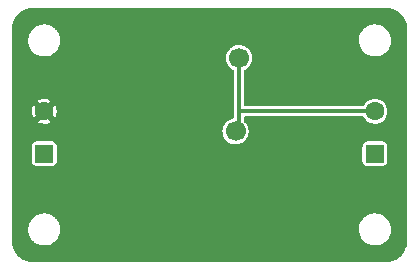
<source format=gbl>
G04 #@! TF.GenerationSoftware,KiCad,Pcbnew,(6.0.7-1)-1*
G04 #@! TF.CreationDate,2024-08-15T11:28:19+03:00*
G04 #@! TF.ProjectId,Induction,496e6475-6374-4696-9f6e-2e6b69636164,rev?*
G04 #@! TF.SameCoordinates,Original*
G04 #@! TF.FileFunction,Copper,L2,Bot*
G04 #@! TF.FilePolarity,Positive*
%FSLAX46Y46*%
G04 Gerber Fmt 4.6, Leading zero omitted, Abs format (unit mm)*
G04 Created by KiCad (PCBNEW (6.0.7-1)-1) date 2024-08-15 11:28:19*
%MOMM*%
%LPD*%
G01*
G04 APERTURE LIST*
G04 Aperture macros list*
%AMRoundRect*
0 Rectangle with rounded corners*
0 $1 Rounding radius*
0 $2 $3 $4 $5 $6 $7 $8 $9 X,Y pos of 4 corners*
0 Add a 4 corners polygon primitive as box body*
4,1,4,$2,$3,$4,$5,$6,$7,$8,$9,$2,$3,0*
0 Add four circle primitives for the rounded corners*
1,1,$1+$1,$2,$3*
1,1,$1+$1,$4,$5*
1,1,$1+$1,$6,$7*
1,1,$1+$1,$8,$9*
0 Add four rect primitives between the rounded corners*
20,1,$1+$1,$2,$3,$4,$5,0*
20,1,$1+$1,$4,$5,$6,$7,0*
20,1,$1+$1,$6,$7,$8,$9,0*
20,1,$1+$1,$8,$9,$2,$3,0*%
G04 Aperture macros list end*
G04 #@! TA.AperFunction,ComponentPad*
%ADD10RoundRect,0.250000X0.550000X-0.550000X0.550000X0.550000X-0.550000X0.550000X-0.550000X-0.550000X0*%
G04 #@! TD*
G04 #@! TA.AperFunction,ComponentPad*
%ADD11C,1.600000*%
G04 #@! TD*
G04 #@! TA.AperFunction,ViaPad*
%ADD12C,1.700000*%
G04 #@! TD*
G04 #@! TA.AperFunction,Conductor*
%ADD13C,0.300000*%
G04 #@! TD*
G04 APERTURE END LIST*
D10*
X171000000Y-72600000D03*
D11*
X171000000Y-69000000D03*
D10*
X143000000Y-72600000D03*
D11*
X143000000Y-69000000D03*
D12*
X159500000Y-64500000D03*
X159200000Y-70700000D03*
D13*
X159500000Y-70400000D02*
X159200000Y-70700000D01*
X159500000Y-69000000D02*
X159500000Y-70400000D01*
X159500000Y-69000000D02*
X159500000Y-64500000D01*
X159500000Y-69000000D02*
X171000000Y-69000000D01*
G04 #@! TA.AperFunction,Conductor*
G36*
X171987103Y-60256921D02*
G01*
X172000000Y-60259486D01*
X172012172Y-60257065D01*
X172024579Y-60257065D01*
X172024579Y-60257705D01*
X172035358Y-60257029D01*
X172219248Y-60270181D01*
X172239420Y-60271624D01*
X172257214Y-60274182D01*
X172482960Y-60323290D01*
X172500209Y-60328355D01*
X172555356Y-60348923D01*
X172716670Y-60409090D01*
X172733017Y-60416556D01*
X172935782Y-60527275D01*
X172950905Y-60536994D01*
X173135848Y-60675441D01*
X173149434Y-60687214D01*
X173312786Y-60850566D01*
X173324559Y-60864152D01*
X173463006Y-61049095D01*
X173472725Y-61064218D01*
X173583444Y-61266983D01*
X173590910Y-61283330D01*
X173651077Y-61444644D01*
X173671645Y-61499791D01*
X173676710Y-61517040D01*
X173725818Y-61742786D01*
X173728376Y-61760580D01*
X173742747Y-61961505D01*
X173742971Y-61964639D01*
X173742295Y-61975421D01*
X173742935Y-61975421D01*
X173742935Y-61987828D01*
X173740514Y-62000000D01*
X173742935Y-62012170D01*
X173743079Y-62012894D01*
X173745500Y-62037476D01*
X173745500Y-79962524D01*
X173743079Y-79987103D01*
X173740514Y-80000000D01*
X173742935Y-80012172D01*
X173742935Y-80024579D01*
X173742295Y-80024579D01*
X173742971Y-80035358D01*
X173732641Y-80179788D01*
X173728376Y-80239420D01*
X173725818Y-80257214D01*
X173676710Y-80482960D01*
X173671645Y-80500209D01*
X173590910Y-80716670D01*
X173583444Y-80733017D01*
X173472725Y-80935782D01*
X173463006Y-80950905D01*
X173324559Y-81135848D01*
X173312786Y-81149434D01*
X173149434Y-81312786D01*
X173135848Y-81324559D01*
X172950905Y-81463006D01*
X172935782Y-81472725D01*
X172733017Y-81583444D01*
X172716670Y-81590910D01*
X172555356Y-81651077D01*
X172500209Y-81671645D01*
X172482960Y-81676710D01*
X172257214Y-81725818D01*
X172239420Y-81728376D01*
X172219248Y-81729819D01*
X172035358Y-81742971D01*
X172024579Y-81742295D01*
X172024579Y-81742935D01*
X172012172Y-81742935D01*
X172000000Y-81740514D01*
X171987103Y-81743079D01*
X171962524Y-81745500D01*
X142037476Y-81745500D01*
X142012897Y-81743079D01*
X142000000Y-81740514D01*
X141987828Y-81742935D01*
X141975421Y-81742935D01*
X141975421Y-81742295D01*
X141964642Y-81742971D01*
X141780752Y-81729819D01*
X141760580Y-81728376D01*
X141742786Y-81725818D01*
X141517040Y-81676710D01*
X141499791Y-81671645D01*
X141444644Y-81651077D01*
X141283330Y-81590910D01*
X141266983Y-81583444D01*
X141064218Y-81472725D01*
X141049095Y-81463006D01*
X140864152Y-81324559D01*
X140850566Y-81312786D01*
X140687214Y-81149434D01*
X140675441Y-81135848D01*
X140536994Y-80950905D01*
X140527275Y-80935782D01*
X140416556Y-80733017D01*
X140409090Y-80716670D01*
X140328355Y-80500209D01*
X140323290Y-80482960D01*
X140274182Y-80257214D01*
X140271624Y-80239420D01*
X140267359Y-80179788D01*
X140257029Y-80035358D01*
X140257705Y-80024579D01*
X140257065Y-80024579D01*
X140257065Y-80012172D01*
X140259486Y-80000000D01*
X140256921Y-79987103D01*
X140254500Y-79962524D01*
X140254500Y-78935964D01*
X141642112Y-78935964D01*
X141642312Y-78941292D01*
X141642312Y-78941294D01*
X141644464Y-78998599D01*
X141643705Y-78998628D01*
X141644034Y-79000016D01*
X141644340Y-78999989D01*
X141644374Y-79000377D01*
X141644465Y-79001838D01*
X141644523Y-79002085D01*
X141644648Y-79003507D01*
X141650736Y-79165669D01*
X141651831Y-79170888D01*
X141664628Y-79231879D01*
X141663861Y-79232040D01*
X141664841Y-79234316D01*
X141664937Y-79235408D01*
X141666361Y-79240722D01*
X141666464Y-79241307D01*
X141667635Y-79246210D01*
X141697939Y-79390637D01*
X141723365Y-79455021D01*
X141723975Y-79456566D01*
X141724724Y-79458541D01*
X141726097Y-79463663D01*
X141728422Y-79468649D01*
X141728423Y-79468651D01*
X141728947Y-79469775D01*
X141731934Y-79476717D01*
X141782372Y-79604436D01*
X141819273Y-79665246D01*
X141820811Y-79668126D01*
X141820890Y-79668080D01*
X141823639Y-79672841D01*
X141825965Y-79677829D01*
X141829122Y-79682337D01*
X141829124Y-79682341D01*
X141830674Y-79684555D01*
X141835181Y-79691462D01*
X141850279Y-79716342D01*
X141901621Y-79800952D01*
X141905116Y-79804979D01*
X141905117Y-79804981D01*
X141951993Y-79859000D01*
X141955555Y-79863563D01*
X141958347Y-79866890D01*
X141961505Y-79871401D01*
X141967791Y-79877687D01*
X141973861Y-79884201D01*
X142052276Y-79974566D01*
X142056407Y-79977953D01*
X142116309Y-80027070D01*
X142123574Y-80033652D01*
X142124706Y-80034602D01*
X142128599Y-80038495D01*
X142133103Y-80041649D01*
X142133108Y-80041653D01*
X142135936Y-80043633D01*
X142143554Y-80049410D01*
X142225901Y-80116931D01*
X142225907Y-80116935D01*
X142230029Y-80120315D01*
X142234668Y-80122955D01*
X142234667Y-80122955D01*
X142307355Y-80164331D01*
X142317296Y-80170622D01*
X142317660Y-80170877D01*
X142317667Y-80170881D01*
X142322171Y-80174035D01*
X142327155Y-80176359D01*
X142327160Y-80176362D01*
X142329875Y-80177628D01*
X142338952Y-80182318D01*
X142383061Y-80207426D01*
X142429798Y-80234030D01*
X142493668Y-80257214D01*
X142519498Y-80266590D01*
X142529753Y-80270833D01*
X142531348Y-80271577D01*
X142531350Y-80271578D01*
X142536337Y-80273903D01*
X142541653Y-80275327D01*
X142541655Y-80275328D01*
X142542719Y-80275613D01*
X142543702Y-80275876D01*
X142554081Y-80279143D01*
X142645871Y-80312461D01*
X142746443Y-80330648D01*
X142756616Y-80332926D01*
X142764592Y-80335063D01*
X142770990Y-80335623D01*
X142782412Y-80337152D01*
X142872069Y-80353364D01*
X142876208Y-80353559D01*
X142876215Y-80353560D01*
X142894670Y-80354430D01*
X142894677Y-80354430D01*
X142896158Y-80354500D01*
X143057712Y-80354500D01*
X143137444Y-80347735D01*
X143223733Y-80340413D01*
X143223737Y-80340412D01*
X143229044Y-80339962D01*
X143234199Y-80338624D01*
X143234205Y-80338623D01*
X143446368Y-80283556D01*
X143446367Y-80283556D01*
X143451539Y-80282214D01*
X143598412Y-80216052D01*
X143656262Y-80189993D01*
X143656265Y-80189992D01*
X143661123Y-80187803D01*
X143851803Y-80059430D01*
X143878826Y-80033652D01*
X144014271Y-79904443D01*
X144018128Y-79900764D01*
X144155342Y-79716342D01*
X144171504Y-79684555D01*
X144257102Y-79516194D01*
X144257102Y-79516193D01*
X144259520Y-79511438D01*
X144327685Y-79291911D01*
X144357888Y-79064036D01*
X144355536Y-79001401D01*
X144356295Y-79001372D01*
X144355966Y-78999984D01*
X144355660Y-79000011D01*
X144355626Y-78999623D01*
X144355535Y-78998162D01*
X144355477Y-78997915D01*
X144355352Y-78996493D01*
X144353080Y-78935964D01*
X169642112Y-78935964D01*
X169642312Y-78941292D01*
X169642312Y-78941294D01*
X169644464Y-78998599D01*
X169643705Y-78998628D01*
X169644034Y-79000016D01*
X169644340Y-78999989D01*
X169644374Y-79000377D01*
X169644465Y-79001838D01*
X169644523Y-79002085D01*
X169644648Y-79003507D01*
X169650736Y-79165669D01*
X169651831Y-79170888D01*
X169664628Y-79231879D01*
X169663861Y-79232040D01*
X169664841Y-79234316D01*
X169664937Y-79235408D01*
X169666361Y-79240722D01*
X169666464Y-79241307D01*
X169667635Y-79246210D01*
X169697939Y-79390637D01*
X169723365Y-79455021D01*
X169723975Y-79456566D01*
X169724724Y-79458541D01*
X169726097Y-79463663D01*
X169728422Y-79468649D01*
X169728423Y-79468651D01*
X169728947Y-79469775D01*
X169731934Y-79476717D01*
X169782372Y-79604436D01*
X169819273Y-79665246D01*
X169820811Y-79668126D01*
X169820890Y-79668080D01*
X169823639Y-79672841D01*
X169825965Y-79677829D01*
X169829122Y-79682337D01*
X169829124Y-79682341D01*
X169830674Y-79684555D01*
X169835181Y-79691462D01*
X169850279Y-79716342D01*
X169901621Y-79800952D01*
X169905116Y-79804979D01*
X169905117Y-79804981D01*
X169951993Y-79859000D01*
X169955555Y-79863563D01*
X169958347Y-79866890D01*
X169961505Y-79871401D01*
X169967791Y-79877687D01*
X169973861Y-79884201D01*
X170052276Y-79974566D01*
X170056407Y-79977953D01*
X170116309Y-80027070D01*
X170123574Y-80033652D01*
X170124706Y-80034602D01*
X170128599Y-80038495D01*
X170133103Y-80041649D01*
X170133108Y-80041653D01*
X170135936Y-80043633D01*
X170143554Y-80049410D01*
X170225901Y-80116931D01*
X170225907Y-80116935D01*
X170230029Y-80120315D01*
X170234668Y-80122955D01*
X170234667Y-80122955D01*
X170307355Y-80164331D01*
X170317296Y-80170622D01*
X170317660Y-80170877D01*
X170317667Y-80170881D01*
X170322171Y-80174035D01*
X170327155Y-80176359D01*
X170327160Y-80176362D01*
X170329875Y-80177628D01*
X170338952Y-80182318D01*
X170383061Y-80207426D01*
X170429798Y-80234030D01*
X170493668Y-80257214D01*
X170519498Y-80266590D01*
X170529753Y-80270833D01*
X170531348Y-80271577D01*
X170531350Y-80271578D01*
X170536337Y-80273903D01*
X170541653Y-80275327D01*
X170541655Y-80275328D01*
X170542719Y-80275613D01*
X170543702Y-80275876D01*
X170554081Y-80279143D01*
X170645871Y-80312461D01*
X170746443Y-80330648D01*
X170756616Y-80332926D01*
X170764592Y-80335063D01*
X170770990Y-80335623D01*
X170782412Y-80337152D01*
X170872069Y-80353364D01*
X170876208Y-80353559D01*
X170876215Y-80353560D01*
X170894670Y-80354430D01*
X170894677Y-80354430D01*
X170896158Y-80354500D01*
X171057712Y-80354500D01*
X171137444Y-80347735D01*
X171223733Y-80340413D01*
X171223737Y-80340412D01*
X171229044Y-80339962D01*
X171234199Y-80338624D01*
X171234205Y-80338623D01*
X171446368Y-80283556D01*
X171446367Y-80283556D01*
X171451539Y-80282214D01*
X171598412Y-80216052D01*
X171656262Y-80189993D01*
X171656265Y-80189992D01*
X171661123Y-80187803D01*
X171851803Y-80059430D01*
X171878826Y-80033652D01*
X172014271Y-79904443D01*
X172018128Y-79900764D01*
X172155342Y-79716342D01*
X172171504Y-79684555D01*
X172257102Y-79516194D01*
X172257102Y-79516193D01*
X172259520Y-79511438D01*
X172327685Y-79291911D01*
X172357888Y-79064036D01*
X172355536Y-79001401D01*
X172356295Y-79001372D01*
X172355966Y-78999984D01*
X172355660Y-79000011D01*
X172355626Y-78999623D01*
X172355535Y-78998162D01*
X172355477Y-78997915D01*
X172355352Y-78996493D01*
X172349264Y-78834331D01*
X172335372Y-78768121D01*
X172336139Y-78767960D01*
X172335159Y-78765684D01*
X172335063Y-78764592D01*
X172333639Y-78759278D01*
X172333536Y-78758693D01*
X172332362Y-78753778D01*
X172323886Y-78713378D01*
X172302061Y-78609363D01*
X172276025Y-78543434D01*
X172275276Y-78541459D01*
X172273903Y-78536337D01*
X172271053Y-78530225D01*
X172268066Y-78523283D01*
X172217628Y-78395564D01*
X172180727Y-78334754D01*
X172179189Y-78331874D01*
X172179110Y-78331920D01*
X172176361Y-78327159D01*
X172174035Y-78322171D01*
X172170876Y-78317659D01*
X172169326Y-78315445D01*
X172164819Y-78308538D01*
X172101147Y-78203609D01*
X172101145Y-78203606D01*
X172098379Y-78199048D01*
X172048007Y-78141000D01*
X172044445Y-78136437D01*
X172041653Y-78133110D01*
X172038495Y-78128599D01*
X172032209Y-78122313D01*
X172026139Y-78115799D01*
X171951224Y-78029467D01*
X171951222Y-78029465D01*
X171947724Y-78025434D01*
X171883692Y-77972930D01*
X171876426Y-77966348D01*
X171875294Y-77965398D01*
X171871401Y-77961505D01*
X171866897Y-77958351D01*
X171866892Y-77958347D01*
X171864064Y-77956367D01*
X171856446Y-77950590D01*
X171774099Y-77883069D01*
X171774093Y-77883065D01*
X171769971Y-77879685D01*
X171692645Y-77835669D01*
X171682704Y-77829378D01*
X171682340Y-77829123D01*
X171682333Y-77829119D01*
X171677829Y-77825965D01*
X171672845Y-77823641D01*
X171672840Y-77823638D01*
X171670125Y-77822372D01*
X171661048Y-77817682D01*
X171616939Y-77792574D01*
X171570202Y-77765970D01*
X171480502Y-77733410D01*
X171470247Y-77729167D01*
X171468652Y-77728423D01*
X171468650Y-77728422D01*
X171463663Y-77726097D01*
X171458347Y-77724673D01*
X171458345Y-77724672D01*
X171457281Y-77724387D01*
X171456298Y-77724124D01*
X171445919Y-77720857D01*
X171354129Y-77687539D01*
X171253557Y-77669352D01*
X171243384Y-77667074D01*
X171235408Y-77664937D01*
X171229010Y-77664377D01*
X171217588Y-77662848D01*
X171127931Y-77646636D01*
X171123792Y-77646441D01*
X171123785Y-77646440D01*
X171105330Y-77645570D01*
X171105323Y-77645570D01*
X171103842Y-77645500D01*
X170942288Y-77645500D01*
X170862556Y-77652265D01*
X170776267Y-77659587D01*
X170776263Y-77659588D01*
X170770956Y-77660038D01*
X170765801Y-77661376D01*
X170765795Y-77661377D01*
X170593058Y-77706211D01*
X170548461Y-77717786D01*
X170441497Y-77765970D01*
X170343738Y-77810007D01*
X170343735Y-77810008D01*
X170338877Y-77812197D01*
X170148197Y-77940570D01*
X170144340Y-77944249D01*
X170144338Y-77944251D01*
X170118404Y-77968991D01*
X169981872Y-78099236D01*
X169844658Y-78283658D01*
X169842242Y-78288409D01*
X169842240Y-78288413D01*
X169742898Y-78483806D01*
X169740480Y-78488562D01*
X169672315Y-78708089D01*
X169642112Y-78935964D01*
X144353080Y-78935964D01*
X144349264Y-78834331D01*
X144335372Y-78768121D01*
X144336139Y-78767960D01*
X144335159Y-78765684D01*
X144335063Y-78764592D01*
X144333639Y-78759278D01*
X144333536Y-78758693D01*
X144332362Y-78753778D01*
X144323886Y-78713378D01*
X144302061Y-78609363D01*
X144276025Y-78543434D01*
X144275276Y-78541459D01*
X144273903Y-78536337D01*
X144271053Y-78530225D01*
X144268066Y-78523283D01*
X144217628Y-78395564D01*
X144180727Y-78334754D01*
X144179189Y-78331874D01*
X144179110Y-78331920D01*
X144176361Y-78327159D01*
X144174035Y-78322171D01*
X144170876Y-78317659D01*
X144169326Y-78315445D01*
X144164819Y-78308538D01*
X144101147Y-78203609D01*
X144101145Y-78203606D01*
X144098379Y-78199048D01*
X144048007Y-78141000D01*
X144044445Y-78136437D01*
X144041653Y-78133110D01*
X144038495Y-78128599D01*
X144032209Y-78122313D01*
X144026139Y-78115799D01*
X143951224Y-78029467D01*
X143951222Y-78029465D01*
X143947724Y-78025434D01*
X143883692Y-77972930D01*
X143876426Y-77966348D01*
X143875294Y-77965398D01*
X143871401Y-77961505D01*
X143866897Y-77958351D01*
X143866892Y-77958347D01*
X143864064Y-77956367D01*
X143856446Y-77950590D01*
X143774099Y-77883069D01*
X143774093Y-77883065D01*
X143769971Y-77879685D01*
X143692645Y-77835669D01*
X143682704Y-77829378D01*
X143682340Y-77829123D01*
X143682333Y-77829119D01*
X143677829Y-77825965D01*
X143672845Y-77823641D01*
X143672840Y-77823638D01*
X143670125Y-77822372D01*
X143661048Y-77817682D01*
X143616939Y-77792574D01*
X143570202Y-77765970D01*
X143480502Y-77733410D01*
X143470247Y-77729167D01*
X143468652Y-77728423D01*
X143468650Y-77728422D01*
X143463663Y-77726097D01*
X143458347Y-77724673D01*
X143458345Y-77724672D01*
X143457281Y-77724387D01*
X143456298Y-77724124D01*
X143445919Y-77720857D01*
X143354129Y-77687539D01*
X143253557Y-77669352D01*
X143243384Y-77667074D01*
X143235408Y-77664937D01*
X143229010Y-77664377D01*
X143217588Y-77662848D01*
X143127931Y-77646636D01*
X143123792Y-77646441D01*
X143123785Y-77646440D01*
X143105330Y-77645570D01*
X143105323Y-77645570D01*
X143103842Y-77645500D01*
X142942288Y-77645500D01*
X142862556Y-77652265D01*
X142776267Y-77659587D01*
X142776263Y-77659588D01*
X142770956Y-77660038D01*
X142765801Y-77661376D01*
X142765795Y-77661377D01*
X142593058Y-77706211D01*
X142548461Y-77717786D01*
X142441497Y-77765970D01*
X142343738Y-77810007D01*
X142343735Y-77810008D01*
X142338877Y-77812197D01*
X142148197Y-77940570D01*
X142144340Y-77944249D01*
X142144338Y-77944251D01*
X142118404Y-77968991D01*
X141981872Y-78099236D01*
X141844658Y-78283658D01*
X141842242Y-78288409D01*
X141842240Y-78288413D01*
X141742898Y-78483806D01*
X141740480Y-78488562D01*
X141672315Y-78708089D01*
X141642112Y-78935964D01*
X140254500Y-78935964D01*
X140254500Y-73197756D01*
X141945500Y-73197756D01*
X141952202Y-73259448D01*
X142002929Y-73394764D01*
X142008309Y-73401943D01*
X142008311Y-73401946D01*
X142074287Y-73489977D01*
X142089596Y-73510404D01*
X142096776Y-73515785D01*
X142198054Y-73591689D01*
X142198057Y-73591691D01*
X142205236Y-73597071D01*
X142294954Y-73630704D01*
X142333157Y-73645026D01*
X142333159Y-73645026D01*
X142340552Y-73647798D01*
X142348402Y-73648651D01*
X142348403Y-73648651D01*
X142398847Y-73654131D01*
X142402244Y-73654500D01*
X143597756Y-73654500D01*
X143601153Y-73654131D01*
X143651597Y-73648651D01*
X143651598Y-73648651D01*
X143659448Y-73647798D01*
X143666841Y-73645026D01*
X143666843Y-73645026D01*
X143705046Y-73630704D01*
X143794764Y-73597071D01*
X143801943Y-73591691D01*
X143801946Y-73591689D01*
X143903224Y-73515785D01*
X143910404Y-73510404D01*
X143925713Y-73489977D01*
X143991689Y-73401946D01*
X143991691Y-73401943D01*
X143997071Y-73394764D01*
X144047798Y-73259448D01*
X144054500Y-73197756D01*
X169945500Y-73197756D01*
X169952202Y-73259448D01*
X170002929Y-73394764D01*
X170008309Y-73401943D01*
X170008311Y-73401946D01*
X170074287Y-73489977D01*
X170089596Y-73510404D01*
X170096776Y-73515785D01*
X170198054Y-73591689D01*
X170198057Y-73591691D01*
X170205236Y-73597071D01*
X170294954Y-73630704D01*
X170333157Y-73645026D01*
X170333159Y-73645026D01*
X170340552Y-73647798D01*
X170348402Y-73648651D01*
X170348403Y-73648651D01*
X170398847Y-73654131D01*
X170402244Y-73654500D01*
X171597756Y-73654500D01*
X171601153Y-73654131D01*
X171651597Y-73648651D01*
X171651598Y-73648651D01*
X171659448Y-73647798D01*
X171666841Y-73645026D01*
X171666843Y-73645026D01*
X171705046Y-73630704D01*
X171794764Y-73597071D01*
X171801943Y-73591691D01*
X171801946Y-73591689D01*
X171903224Y-73515785D01*
X171910404Y-73510404D01*
X171925713Y-73489977D01*
X171991689Y-73401946D01*
X171991691Y-73401943D01*
X171997071Y-73394764D01*
X172047798Y-73259448D01*
X172054500Y-73197756D01*
X172054500Y-72002244D01*
X172047798Y-71940552D01*
X171997071Y-71805236D01*
X171991691Y-71798057D01*
X171991689Y-71798054D01*
X171915785Y-71696776D01*
X171910404Y-71689596D01*
X171813502Y-71616972D01*
X171801946Y-71608311D01*
X171801943Y-71608309D01*
X171794764Y-71602929D01*
X171674920Y-71558002D01*
X171666843Y-71554974D01*
X171666841Y-71554974D01*
X171659448Y-71552202D01*
X171651598Y-71551349D01*
X171651597Y-71551349D01*
X171601153Y-71545869D01*
X171601152Y-71545869D01*
X171597756Y-71545500D01*
X170402244Y-71545500D01*
X170398848Y-71545869D01*
X170398847Y-71545869D01*
X170348403Y-71551349D01*
X170348402Y-71551349D01*
X170340552Y-71552202D01*
X170333159Y-71554974D01*
X170333157Y-71554974D01*
X170325080Y-71558002D01*
X170205236Y-71602929D01*
X170198057Y-71608309D01*
X170198054Y-71608311D01*
X170186498Y-71616972D01*
X170089596Y-71689596D01*
X170084215Y-71696776D01*
X170008311Y-71798054D01*
X170008309Y-71798057D01*
X170002929Y-71805236D01*
X169952202Y-71940552D01*
X169945500Y-72002244D01*
X169945500Y-73197756D01*
X144054500Y-73197756D01*
X144054500Y-72002244D01*
X144047798Y-71940552D01*
X143997071Y-71805236D01*
X143991691Y-71798057D01*
X143991689Y-71798054D01*
X143915785Y-71696776D01*
X143910404Y-71689596D01*
X143813502Y-71616972D01*
X143801946Y-71608311D01*
X143801943Y-71608309D01*
X143794764Y-71602929D01*
X143674920Y-71558002D01*
X143666843Y-71554974D01*
X143666841Y-71554974D01*
X143659448Y-71552202D01*
X143651598Y-71551349D01*
X143651597Y-71551349D01*
X143601153Y-71545869D01*
X143601152Y-71545869D01*
X143597756Y-71545500D01*
X142402244Y-71545500D01*
X142398848Y-71545869D01*
X142398847Y-71545869D01*
X142348403Y-71551349D01*
X142348402Y-71551349D01*
X142340552Y-71552202D01*
X142333159Y-71554974D01*
X142333157Y-71554974D01*
X142325080Y-71558002D01*
X142205236Y-71602929D01*
X142198057Y-71608309D01*
X142198054Y-71608311D01*
X142186498Y-71616972D01*
X142089596Y-71689596D01*
X142084215Y-71696776D01*
X142008311Y-71798054D01*
X142008309Y-71798057D01*
X142002929Y-71805236D01*
X141952202Y-71940552D01*
X141945500Y-72002244D01*
X141945500Y-73197756D01*
X140254500Y-73197756D01*
X140254500Y-70670964D01*
X158091148Y-70670964D01*
X158104424Y-70873522D01*
X158105845Y-70879118D01*
X158105846Y-70879123D01*
X158126119Y-70958945D01*
X158154392Y-71070269D01*
X158156809Y-71075512D01*
X158194010Y-71156208D01*
X158239377Y-71254616D01*
X158356533Y-71420389D01*
X158501938Y-71562035D01*
X158670720Y-71674812D01*
X158676023Y-71677090D01*
X158676026Y-71677092D01*
X158764707Y-71715192D01*
X158857228Y-71754942D01*
X158930244Y-71771464D01*
X159049579Y-71798467D01*
X159049584Y-71798468D01*
X159055216Y-71799742D01*
X159060987Y-71799969D01*
X159060989Y-71799969D01*
X159120756Y-71802317D01*
X159258053Y-71807712D01*
X159358499Y-71793148D01*
X159453231Y-71779413D01*
X159453236Y-71779412D01*
X159458945Y-71778584D01*
X159464409Y-71776729D01*
X159464414Y-71776728D01*
X159645693Y-71715192D01*
X159645698Y-71715190D01*
X159651165Y-71713334D01*
X159680732Y-71696776D01*
X159725683Y-71671602D01*
X159828276Y-71614147D01*
X159841765Y-71602929D01*
X159979913Y-71488031D01*
X159984345Y-71484345D01*
X160114147Y-71328276D01*
X160213334Y-71151165D01*
X160215190Y-71145698D01*
X160215192Y-71145693D01*
X160276728Y-70964414D01*
X160276729Y-70964409D01*
X160278584Y-70958945D01*
X160279412Y-70953236D01*
X160279413Y-70953231D01*
X160307179Y-70761727D01*
X160307712Y-70758053D01*
X160309232Y-70700000D01*
X160290658Y-70497859D01*
X160289090Y-70492299D01*
X160237125Y-70308046D01*
X160237124Y-70308044D01*
X160235557Y-70302487D01*
X160224978Y-70281033D01*
X160148331Y-70125609D01*
X160145776Y-70120428D01*
X160024320Y-69957779D01*
X159959036Y-69897431D01*
X159944971Y-69884429D01*
X159908526Y-69823501D01*
X159904500Y-69791905D01*
X159904500Y-69530500D01*
X159924502Y-69462379D01*
X159978158Y-69415886D01*
X160030500Y-69404500D01*
X169945315Y-69404500D01*
X170013436Y-69424502D01*
X170057380Y-69472904D01*
X170109334Y-69573995D01*
X170113163Y-69578826D01*
X170134389Y-69605607D01*
X170237786Y-69736061D01*
X170242479Y-69740055D01*
X170242480Y-69740056D01*
X170303403Y-69791905D01*
X170395271Y-69870091D01*
X170575789Y-69970980D01*
X170772466Y-70034884D01*
X170977809Y-70059370D01*
X170983944Y-70058898D01*
X170983946Y-70058898D01*
X171177856Y-70043977D01*
X171177860Y-70043976D01*
X171183998Y-70043504D01*
X171383178Y-69987892D01*
X171388682Y-69985112D01*
X171388684Y-69985111D01*
X171562262Y-69897431D01*
X171562264Y-69897430D01*
X171567763Y-69894652D01*
X171730722Y-69767334D01*
X171734748Y-69762670D01*
X171734751Y-69762667D01*
X171861819Y-69615457D01*
X171861820Y-69615455D01*
X171865848Y-69610789D01*
X171944177Y-69472906D01*
X171964950Y-69436340D01*
X171964952Y-69436336D01*
X171967995Y-69430979D01*
X172033270Y-69234753D01*
X172059189Y-69029586D01*
X172059602Y-69000000D01*
X172039422Y-68794189D01*
X171979651Y-68596217D01*
X171910668Y-68466479D01*
X171885459Y-68419067D01*
X171885457Y-68419064D01*
X171882565Y-68413625D01*
X171878674Y-68408855D01*
X171878672Y-68408851D01*
X171755758Y-68258143D01*
X171755755Y-68258140D01*
X171751863Y-68253368D01*
X171744966Y-68247662D01*
X171597271Y-68125478D01*
X171597266Y-68125475D01*
X171592522Y-68121550D01*
X171587103Y-68118620D01*
X171587100Y-68118618D01*
X171416032Y-68026122D01*
X171416027Y-68026120D01*
X171410612Y-68023192D01*
X171213063Y-67962040D01*
X171206938Y-67961396D01*
X171206937Y-67961396D01*
X171013526Y-67941068D01*
X171013524Y-67941068D01*
X171007397Y-67940424D01*
X170881229Y-67951906D01*
X170807591Y-67958607D01*
X170807590Y-67958607D01*
X170801450Y-67959166D01*
X170603066Y-68017554D01*
X170597601Y-68020411D01*
X170425261Y-68110508D01*
X170425257Y-68110511D01*
X170419801Y-68113363D01*
X170258635Y-68242943D01*
X170125708Y-68401360D01*
X170054875Y-68530204D01*
X170004532Y-68580260D01*
X169944463Y-68595500D01*
X160030500Y-68595500D01*
X159962379Y-68575498D01*
X159915886Y-68521842D01*
X159904500Y-68469500D01*
X159904500Y-65613317D01*
X159924502Y-65545196D01*
X159968934Y-65503383D01*
X160025683Y-65471602D01*
X160128276Y-65414147D01*
X160190934Y-65362035D01*
X160279913Y-65288031D01*
X160284345Y-65284345D01*
X160414147Y-65128276D01*
X160513334Y-64951165D01*
X160515190Y-64945698D01*
X160515192Y-64945693D01*
X160576728Y-64764414D01*
X160576729Y-64764409D01*
X160578584Y-64758945D01*
X160579412Y-64753236D01*
X160579413Y-64753231D01*
X160607179Y-64561727D01*
X160607712Y-64558053D01*
X160609232Y-64500000D01*
X160594128Y-64335621D01*
X160591187Y-64303613D01*
X160591186Y-64303610D01*
X160590658Y-64297859D01*
X160584304Y-64275328D01*
X160537125Y-64108046D01*
X160537124Y-64108044D01*
X160535557Y-64102487D01*
X160524978Y-64081033D01*
X160448331Y-63925609D01*
X160445776Y-63920428D01*
X160433840Y-63904443D01*
X160327777Y-63762409D01*
X160324320Y-63757779D01*
X160175258Y-63619987D01*
X160170375Y-63616906D01*
X160170371Y-63616903D01*
X160008464Y-63514748D01*
X160003581Y-63511667D01*
X159815039Y-63436446D01*
X159809379Y-63435320D01*
X159809375Y-63435319D01*
X159621613Y-63397971D01*
X159621610Y-63397971D01*
X159615946Y-63396844D01*
X159610171Y-63396768D01*
X159610167Y-63396768D01*
X159508793Y-63395441D01*
X159412971Y-63394187D01*
X159407274Y-63395166D01*
X159407273Y-63395166D01*
X159218607Y-63427585D01*
X159212910Y-63428564D01*
X159022463Y-63498824D01*
X158848010Y-63602612D01*
X158843670Y-63606418D01*
X158843666Y-63606421D01*
X158773358Y-63668080D01*
X158695392Y-63736455D01*
X158569720Y-63895869D01*
X158567031Y-63900980D01*
X158567029Y-63900983D01*
X158554073Y-63925609D01*
X158475203Y-64075515D01*
X158415007Y-64269378D01*
X158391148Y-64470964D01*
X158404424Y-64673522D01*
X158405845Y-64679118D01*
X158405846Y-64679123D01*
X158426119Y-64758945D01*
X158454392Y-64870269D01*
X158456809Y-64875512D01*
X158494010Y-64956208D01*
X158539377Y-65054616D01*
X158656533Y-65220389D01*
X158801938Y-65362035D01*
X158970720Y-65474812D01*
X158976023Y-65477090D01*
X158976026Y-65477092D01*
X159019238Y-65495657D01*
X159073931Y-65540925D01*
X159095500Y-65611425D01*
X159095500Y-68958248D01*
X159093949Y-68977958D01*
X159090458Y-69000000D01*
X159092009Y-69009792D01*
X159093949Y-69022041D01*
X159095500Y-69041752D01*
X159095500Y-69490993D01*
X159075498Y-69559114D01*
X159021842Y-69605607D01*
X158990839Y-69615173D01*
X158918606Y-69627585D01*
X158918604Y-69627586D01*
X158912910Y-69628564D01*
X158722463Y-69698824D01*
X158548010Y-69802612D01*
X158543670Y-69806418D01*
X158543666Y-69806421D01*
X158432800Y-69903649D01*
X158395392Y-69936455D01*
X158269720Y-70095869D01*
X158267031Y-70100980D01*
X158267029Y-70100983D01*
X158254073Y-70125609D01*
X158175203Y-70275515D01*
X158115007Y-70469378D01*
X158091148Y-70670964D01*
X140254500Y-70670964D01*
X140254500Y-69902938D01*
X142461892Y-69902938D01*
X142466801Y-69909496D01*
X142570612Y-69967514D01*
X142581851Y-69972424D01*
X142766715Y-70032490D01*
X142778689Y-70035123D01*
X142971708Y-70058139D01*
X142983957Y-70058396D01*
X143177769Y-70043483D01*
X143189849Y-70041352D01*
X143377061Y-69989081D01*
X143388494Y-69984647D01*
X143529749Y-69913294D01*
X143540033Y-69903649D01*
X143537795Y-69897005D01*
X143012812Y-69372022D01*
X142998868Y-69364408D01*
X142997035Y-69364539D01*
X142990420Y-69368790D01*
X142468652Y-69890558D01*
X142461892Y-69902938D01*
X140254500Y-69902938D01*
X140254500Y-68991357D01*
X141941519Y-68991357D01*
X141957783Y-69185049D01*
X141959997Y-69197108D01*
X142013576Y-69383961D01*
X142018089Y-69395358D01*
X142086984Y-69529414D01*
X142096701Y-69539632D01*
X142103502Y-69537288D01*
X142627978Y-69012812D01*
X142634356Y-69001132D01*
X143364408Y-69001132D01*
X143364539Y-69002965D01*
X143368790Y-69009580D01*
X143890401Y-69531191D01*
X143902781Y-69537951D01*
X143909515Y-69532910D01*
X143964490Y-69436138D01*
X143969483Y-69424922D01*
X144030834Y-69240494D01*
X144033554Y-69228523D01*
X144058244Y-69033075D01*
X144058736Y-69026048D01*
X144059051Y-69003523D01*
X144058756Y-68996494D01*
X144039531Y-68800419D01*
X144037148Y-68788384D01*
X143980968Y-68602308D01*
X143976294Y-68590967D01*
X143912577Y-68471133D01*
X143902717Y-68461052D01*
X143895589Y-68463621D01*
X143372022Y-68987188D01*
X143364408Y-69001132D01*
X142634356Y-69001132D01*
X142635592Y-68998868D01*
X142635461Y-68997035D01*
X142631210Y-68990420D01*
X142109247Y-68468457D01*
X142096867Y-68461697D01*
X142090479Y-68466479D01*
X142029510Y-68577381D01*
X142024682Y-68588645D01*
X141965906Y-68773931D01*
X141963358Y-68785920D01*
X141941690Y-68979088D01*
X141941519Y-68991357D01*
X140254500Y-68991357D01*
X140254500Y-68097012D01*
X142460730Y-68097012D01*
X142463183Y-68103973D01*
X142987188Y-68627978D01*
X143001132Y-68635592D01*
X143002965Y-68635461D01*
X143009580Y-68631210D01*
X143531777Y-68109013D01*
X143538537Y-68096633D01*
X143533878Y-68090410D01*
X143415836Y-68026585D01*
X143404531Y-68021833D01*
X143218849Y-67964354D01*
X143206836Y-67961888D01*
X143013522Y-67941570D01*
X143001254Y-67941485D01*
X142807683Y-67959101D01*
X142795634Y-67961399D01*
X142609163Y-68016281D01*
X142597795Y-68020874D01*
X142470879Y-68087224D01*
X142460730Y-68097012D01*
X140254500Y-68097012D01*
X140254500Y-62935964D01*
X141642112Y-62935964D01*
X141642312Y-62941292D01*
X141642312Y-62941294D01*
X141644464Y-62998599D01*
X141643705Y-62998628D01*
X141644034Y-63000016D01*
X141644340Y-62999989D01*
X141644374Y-63000377D01*
X141644465Y-63001838D01*
X141644523Y-63002085D01*
X141644648Y-63003507D01*
X141650736Y-63165669D01*
X141651831Y-63170888D01*
X141664628Y-63231879D01*
X141663861Y-63232040D01*
X141664841Y-63234316D01*
X141664937Y-63235408D01*
X141666361Y-63240722D01*
X141666464Y-63241307D01*
X141667635Y-63246210D01*
X141697939Y-63390637D01*
X141716875Y-63438586D01*
X141723975Y-63456566D01*
X141724724Y-63458541D01*
X141726097Y-63463663D01*
X141728422Y-63468649D01*
X141728423Y-63468651D01*
X141728947Y-63469775D01*
X141731934Y-63476717D01*
X141782372Y-63604436D01*
X141819273Y-63665246D01*
X141820811Y-63668126D01*
X141820890Y-63668080D01*
X141823639Y-63672841D01*
X141825965Y-63677829D01*
X141829122Y-63682337D01*
X141829124Y-63682341D01*
X141830674Y-63684555D01*
X141835181Y-63691462D01*
X141878233Y-63762409D01*
X141901621Y-63800952D01*
X141905116Y-63804979D01*
X141905117Y-63804981D01*
X141951993Y-63859000D01*
X141955555Y-63863563D01*
X141958347Y-63866890D01*
X141961505Y-63871401D01*
X141967791Y-63877687D01*
X141973861Y-63884201D01*
X142052276Y-63974566D01*
X142056407Y-63977953D01*
X142116309Y-64027070D01*
X142123574Y-64033652D01*
X142124706Y-64034602D01*
X142128599Y-64038495D01*
X142133103Y-64041649D01*
X142133108Y-64041653D01*
X142135936Y-64043633D01*
X142143554Y-64049410D01*
X142225901Y-64116931D01*
X142225907Y-64116935D01*
X142230029Y-64120315D01*
X142234668Y-64122955D01*
X142234667Y-64122955D01*
X142307355Y-64164331D01*
X142317296Y-64170622D01*
X142317660Y-64170877D01*
X142317667Y-64170881D01*
X142322171Y-64174035D01*
X142327155Y-64176359D01*
X142327160Y-64176362D01*
X142329875Y-64177628D01*
X142338952Y-64182318D01*
X142383061Y-64207426D01*
X142429798Y-64234030D01*
X142511980Y-64263861D01*
X142519498Y-64266590D01*
X142529753Y-64270833D01*
X142531348Y-64271577D01*
X142531350Y-64271578D01*
X142536337Y-64273903D01*
X142541653Y-64275327D01*
X142541655Y-64275328D01*
X142542719Y-64275613D01*
X142543702Y-64275876D01*
X142554081Y-64279143D01*
X142645871Y-64312461D01*
X142746443Y-64330648D01*
X142756616Y-64332926D01*
X142764592Y-64335063D01*
X142770990Y-64335623D01*
X142782412Y-64337152D01*
X142872069Y-64353364D01*
X142876208Y-64353559D01*
X142876215Y-64353560D01*
X142894670Y-64354430D01*
X142894677Y-64354430D01*
X142896158Y-64354500D01*
X143057712Y-64354500D01*
X143137444Y-64347735D01*
X143223733Y-64340413D01*
X143223737Y-64340412D01*
X143229044Y-64339962D01*
X143234199Y-64338624D01*
X143234205Y-64338623D01*
X143446368Y-64283556D01*
X143446367Y-64283556D01*
X143451539Y-64282214D01*
X143598412Y-64216052D01*
X143656262Y-64189993D01*
X143656265Y-64189992D01*
X143661123Y-64187803D01*
X143851803Y-64059430D01*
X143878826Y-64033652D01*
X143944991Y-63970533D01*
X144018128Y-63900764D01*
X144155342Y-63716342D01*
X144171504Y-63684555D01*
X144257102Y-63516194D01*
X144257102Y-63516193D01*
X144259520Y-63511438D01*
X144327685Y-63291911D01*
X144357888Y-63064036D01*
X144355536Y-63001401D01*
X144356295Y-63001372D01*
X144355966Y-62999984D01*
X144355660Y-63000011D01*
X144355626Y-62999623D01*
X144355535Y-62998162D01*
X144355477Y-62997915D01*
X144355352Y-62996493D01*
X144353080Y-62935964D01*
X169642112Y-62935964D01*
X169642312Y-62941292D01*
X169642312Y-62941294D01*
X169644464Y-62998599D01*
X169643705Y-62998628D01*
X169644034Y-63000016D01*
X169644340Y-62999989D01*
X169644374Y-63000377D01*
X169644465Y-63001838D01*
X169644523Y-63002085D01*
X169644648Y-63003507D01*
X169650736Y-63165669D01*
X169651831Y-63170888D01*
X169664628Y-63231879D01*
X169663861Y-63232040D01*
X169664841Y-63234316D01*
X169664937Y-63235408D01*
X169666361Y-63240722D01*
X169666464Y-63241307D01*
X169667635Y-63246210D01*
X169697939Y-63390637D01*
X169716875Y-63438586D01*
X169723975Y-63456566D01*
X169724724Y-63458541D01*
X169726097Y-63463663D01*
X169728422Y-63468649D01*
X169728423Y-63468651D01*
X169728947Y-63469775D01*
X169731934Y-63476717D01*
X169782372Y-63604436D01*
X169819273Y-63665246D01*
X169820811Y-63668126D01*
X169820890Y-63668080D01*
X169823639Y-63672841D01*
X169825965Y-63677829D01*
X169829122Y-63682337D01*
X169829124Y-63682341D01*
X169830674Y-63684555D01*
X169835181Y-63691462D01*
X169878233Y-63762409D01*
X169901621Y-63800952D01*
X169905116Y-63804979D01*
X169905117Y-63804981D01*
X169951993Y-63859000D01*
X169955555Y-63863563D01*
X169958347Y-63866890D01*
X169961505Y-63871401D01*
X169967791Y-63877687D01*
X169973861Y-63884201D01*
X170052276Y-63974566D01*
X170056407Y-63977953D01*
X170116309Y-64027070D01*
X170123574Y-64033652D01*
X170124706Y-64034602D01*
X170128599Y-64038495D01*
X170133103Y-64041649D01*
X170133108Y-64041653D01*
X170135936Y-64043633D01*
X170143554Y-64049410D01*
X170225901Y-64116931D01*
X170225907Y-64116935D01*
X170230029Y-64120315D01*
X170234668Y-64122955D01*
X170234667Y-64122955D01*
X170307355Y-64164331D01*
X170317296Y-64170622D01*
X170317660Y-64170877D01*
X170317667Y-64170881D01*
X170322171Y-64174035D01*
X170327155Y-64176359D01*
X170327160Y-64176362D01*
X170329875Y-64177628D01*
X170338952Y-64182318D01*
X170383061Y-64207426D01*
X170429798Y-64234030D01*
X170511980Y-64263861D01*
X170519498Y-64266590D01*
X170529753Y-64270833D01*
X170531348Y-64271577D01*
X170531350Y-64271578D01*
X170536337Y-64273903D01*
X170541653Y-64275327D01*
X170541655Y-64275328D01*
X170542719Y-64275613D01*
X170543702Y-64275876D01*
X170554081Y-64279143D01*
X170645871Y-64312461D01*
X170746443Y-64330648D01*
X170756616Y-64332926D01*
X170764592Y-64335063D01*
X170770990Y-64335623D01*
X170782412Y-64337152D01*
X170872069Y-64353364D01*
X170876208Y-64353559D01*
X170876215Y-64353560D01*
X170894670Y-64354430D01*
X170894677Y-64354430D01*
X170896158Y-64354500D01*
X171057712Y-64354500D01*
X171137444Y-64347735D01*
X171223733Y-64340413D01*
X171223737Y-64340412D01*
X171229044Y-64339962D01*
X171234199Y-64338624D01*
X171234205Y-64338623D01*
X171446368Y-64283556D01*
X171446367Y-64283556D01*
X171451539Y-64282214D01*
X171598412Y-64216052D01*
X171656262Y-64189993D01*
X171656265Y-64189992D01*
X171661123Y-64187803D01*
X171851803Y-64059430D01*
X171878826Y-64033652D01*
X171944991Y-63970533D01*
X172018128Y-63900764D01*
X172155342Y-63716342D01*
X172171504Y-63684555D01*
X172257102Y-63516194D01*
X172257102Y-63516193D01*
X172259520Y-63511438D01*
X172327685Y-63291911D01*
X172357888Y-63064036D01*
X172355536Y-63001401D01*
X172356295Y-63001372D01*
X172355966Y-62999984D01*
X172355660Y-63000011D01*
X172355626Y-62999623D01*
X172355535Y-62998162D01*
X172355477Y-62997915D01*
X172355352Y-62996493D01*
X172349264Y-62834331D01*
X172335372Y-62768121D01*
X172336139Y-62767960D01*
X172335159Y-62765684D01*
X172335063Y-62764592D01*
X172333639Y-62759278D01*
X172333536Y-62758693D01*
X172332362Y-62753778D01*
X172323886Y-62713378D01*
X172302061Y-62609363D01*
X172276025Y-62543434D01*
X172275276Y-62541459D01*
X172273903Y-62536337D01*
X172271053Y-62530225D01*
X172268066Y-62523283D01*
X172217628Y-62395564D01*
X172180727Y-62334754D01*
X172179189Y-62331874D01*
X172179110Y-62331920D01*
X172176361Y-62327159D01*
X172174035Y-62322171D01*
X172170876Y-62317659D01*
X172169326Y-62315445D01*
X172164819Y-62308538D01*
X172101147Y-62203609D01*
X172101145Y-62203606D01*
X172098379Y-62199048D01*
X172048007Y-62141000D01*
X172044445Y-62136437D01*
X172041653Y-62133110D01*
X172038495Y-62128599D01*
X172032209Y-62122313D01*
X172026139Y-62115799D01*
X171951224Y-62029467D01*
X171951222Y-62029465D01*
X171947724Y-62025434D01*
X171883692Y-61972930D01*
X171876426Y-61966348D01*
X171875294Y-61965398D01*
X171871401Y-61961505D01*
X171866897Y-61958351D01*
X171866892Y-61958347D01*
X171864064Y-61956367D01*
X171856446Y-61950590D01*
X171774099Y-61883069D01*
X171774093Y-61883065D01*
X171769971Y-61879685D01*
X171692645Y-61835669D01*
X171682704Y-61829378D01*
X171682340Y-61829123D01*
X171682333Y-61829119D01*
X171677829Y-61825965D01*
X171672845Y-61823641D01*
X171672840Y-61823638D01*
X171670125Y-61822372D01*
X171661048Y-61817682D01*
X171616939Y-61792574D01*
X171570202Y-61765970D01*
X171480502Y-61733410D01*
X171470247Y-61729167D01*
X171468652Y-61728423D01*
X171468650Y-61728422D01*
X171463663Y-61726097D01*
X171458347Y-61724673D01*
X171458345Y-61724672D01*
X171457281Y-61724387D01*
X171456298Y-61724124D01*
X171445919Y-61720857D01*
X171354129Y-61687539D01*
X171253557Y-61669352D01*
X171243384Y-61667074D01*
X171235408Y-61664937D01*
X171229010Y-61664377D01*
X171217588Y-61662848D01*
X171127931Y-61646636D01*
X171123792Y-61646441D01*
X171123785Y-61646440D01*
X171105330Y-61645570D01*
X171105323Y-61645570D01*
X171103842Y-61645500D01*
X170942288Y-61645500D01*
X170862556Y-61652265D01*
X170776267Y-61659587D01*
X170776263Y-61659588D01*
X170770956Y-61660038D01*
X170765801Y-61661376D01*
X170765795Y-61661377D01*
X170593058Y-61706211D01*
X170548461Y-61717786D01*
X170441497Y-61765970D01*
X170343738Y-61810007D01*
X170343735Y-61810008D01*
X170338877Y-61812197D01*
X170148197Y-61940570D01*
X170144340Y-61944249D01*
X170144338Y-61944251D01*
X170118404Y-61968991D01*
X169981872Y-62099236D01*
X169844658Y-62283658D01*
X169842242Y-62288409D01*
X169842240Y-62288413D01*
X169742898Y-62483806D01*
X169740480Y-62488562D01*
X169672315Y-62708089D01*
X169642112Y-62935964D01*
X144353080Y-62935964D01*
X144349264Y-62834331D01*
X144335372Y-62768121D01*
X144336139Y-62767960D01*
X144335159Y-62765684D01*
X144335063Y-62764592D01*
X144333639Y-62759278D01*
X144333536Y-62758693D01*
X144332362Y-62753778D01*
X144323886Y-62713378D01*
X144302061Y-62609363D01*
X144276025Y-62543434D01*
X144275276Y-62541459D01*
X144273903Y-62536337D01*
X144271053Y-62530225D01*
X144268066Y-62523283D01*
X144217628Y-62395564D01*
X144180727Y-62334754D01*
X144179189Y-62331874D01*
X144179110Y-62331920D01*
X144176361Y-62327159D01*
X144174035Y-62322171D01*
X144170876Y-62317659D01*
X144169326Y-62315445D01*
X144164819Y-62308538D01*
X144101147Y-62203609D01*
X144101145Y-62203606D01*
X144098379Y-62199048D01*
X144048007Y-62141000D01*
X144044445Y-62136437D01*
X144041653Y-62133110D01*
X144038495Y-62128599D01*
X144032209Y-62122313D01*
X144026139Y-62115799D01*
X143951224Y-62029467D01*
X143951222Y-62029465D01*
X143947724Y-62025434D01*
X143883692Y-61972930D01*
X143876426Y-61966348D01*
X143875294Y-61965398D01*
X143871401Y-61961505D01*
X143866897Y-61958351D01*
X143866892Y-61958347D01*
X143864064Y-61956367D01*
X143856446Y-61950590D01*
X143774099Y-61883069D01*
X143774093Y-61883065D01*
X143769971Y-61879685D01*
X143692645Y-61835669D01*
X143682704Y-61829378D01*
X143682340Y-61829123D01*
X143682333Y-61829119D01*
X143677829Y-61825965D01*
X143672845Y-61823641D01*
X143672840Y-61823638D01*
X143670125Y-61822372D01*
X143661048Y-61817682D01*
X143616939Y-61792574D01*
X143570202Y-61765970D01*
X143480502Y-61733410D01*
X143470247Y-61729167D01*
X143468652Y-61728423D01*
X143468650Y-61728422D01*
X143463663Y-61726097D01*
X143458347Y-61724673D01*
X143458345Y-61724672D01*
X143457281Y-61724387D01*
X143456298Y-61724124D01*
X143445919Y-61720857D01*
X143354129Y-61687539D01*
X143253557Y-61669352D01*
X143243384Y-61667074D01*
X143235408Y-61664937D01*
X143229010Y-61664377D01*
X143217588Y-61662848D01*
X143127931Y-61646636D01*
X143123792Y-61646441D01*
X143123785Y-61646440D01*
X143105330Y-61645570D01*
X143105323Y-61645570D01*
X143103842Y-61645500D01*
X142942288Y-61645500D01*
X142862556Y-61652265D01*
X142776267Y-61659587D01*
X142776263Y-61659588D01*
X142770956Y-61660038D01*
X142765801Y-61661376D01*
X142765795Y-61661377D01*
X142593058Y-61706211D01*
X142548461Y-61717786D01*
X142441497Y-61765970D01*
X142343738Y-61810007D01*
X142343735Y-61810008D01*
X142338877Y-61812197D01*
X142148197Y-61940570D01*
X142144340Y-61944249D01*
X142144338Y-61944251D01*
X142118404Y-61968991D01*
X141981872Y-62099236D01*
X141844658Y-62283658D01*
X141842242Y-62288409D01*
X141842240Y-62288413D01*
X141742898Y-62483806D01*
X141740480Y-62488562D01*
X141672315Y-62708089D01*
X141642112Y-62935964D01*
X140254500Y-62935964D01*
X140254500Y-62037476D01*
X140256921Y-62012894D01*
X140257065Y-62012170D01*
X140259486Y-62000000D01*
X140257065Y-61987828D01*
X140257065Y-61975421D01*
X140257705Y-61975421D01*
X140257029Y-61964639D01*
X140257254Y-61961505D01*
X140271624Y-61760580D01*
X140274182Y-61742786D01*
X140323290Y-61517040D01*
X140328355Y-61499791D01*
X140348923Y-61444644D01*
X140409090Y-61283330D01*
X140416556Y-61266983D01*
X140527275Y-61064218D01*
X140536994Y-61049095D01*
X140675441Y-60864152D01*
X140687214Y-60850566D01*
X140850566Y-60687214D01*
X140864152Y-60675441D01*
X141049095Y-60536994D01*
X141064218Y-60527275D01*
X141266983Y-60416556D01*
X141283330Y-60409090D01*
X141444644Y-60348923D01*
X141499791Y-60328355D01*
X141517040Y-60323290D01*
X141742786Y-60274182D01*
X141760580Y-60271624D01*
X141780752Y-60270181D01*
X141964642Y-60257029D01*
X141975421Y-60257705D01*
X141975421Y-60257065D01*
X141987828Y-60257065D01*
X142000000Y-60259486D01*
X142012897Y-60256921D01*
X142037476Y-60254500D01*
X171962524Y-60254500D01*
X171987103Y-60256921D01*
G37*
G04 #@! TD.AperFunction*
M02*

</source>
